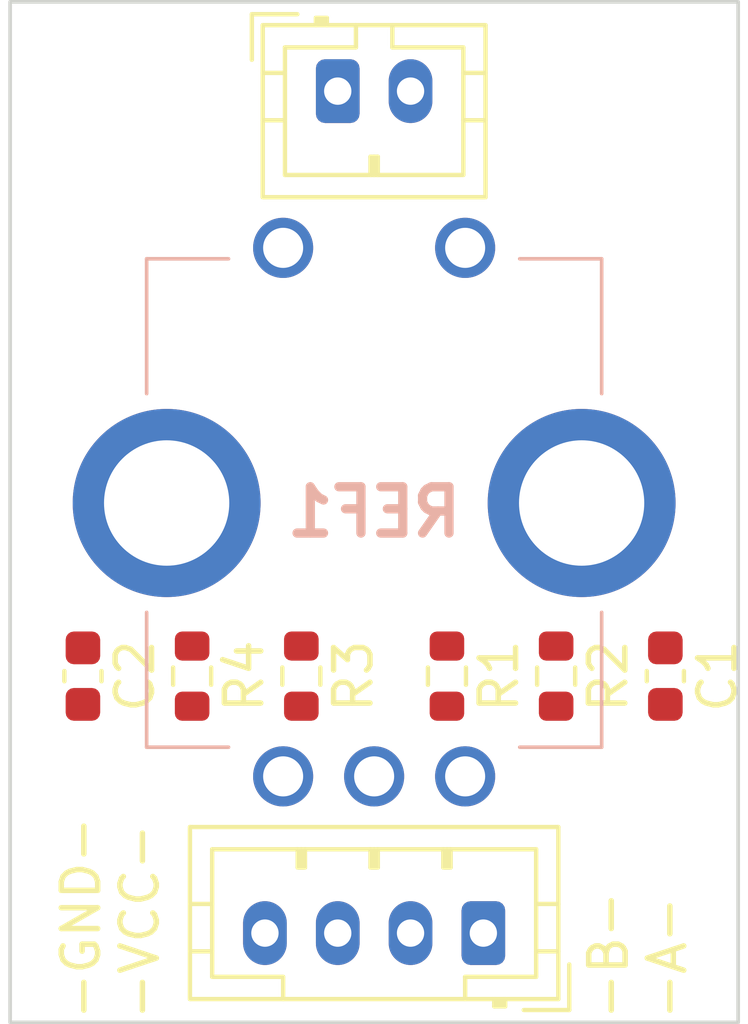
<source format=kicad_pcb>
(kicad_pcb (version 20211014) (generator pcbnew)
  (layers (0 "F.Cu" signal) (31 "B.Cu" signal) (34 "B.Paste" user) (35 "F.Paste" user) (36 "B.SilkS" user "B.Silkscreen") (37 "F.SilkS" user "F.Silkscreen") (38 "B.Mask" user) (39 "F.Mask" user) (44 "Edge.Cuts" user))
  (net 0 "")
  (net 1 "A")
  (net 2 "GND")
  (net 3 "B")
  (net 4 "VCC")
  (net 5 "SW1")
  (net 6 "SW2")
  (net 7 "A1")
  (net 8 "B1")
  (footprint "dresco:JST_PH_B4B-PH-K_1x04_P2.00mm_Vertical" (layer "F.Cu") (at 137 126.55 180)
    (fp_text reference "J1" hide)
    (fp_text value "Conn_01x04")
    (fp_line (start 2.9 2.3) (end 2.9 1.8) (layer "F.SilkS") (width 0.12))
    (fp_line (start -2.06 -0.5) (end -1.45 -0.5) (layer "F.SilkS") (width 0.12))
    (fp_line (start 1.1 1.8) (end 1.1 2.3) (layer "F.SilkS") (width 0.12))
    (fp_line (start 2.9 1.8) (end 3.1 1.8) (layer "F.SilkS") (width 0.12))
    (fp_line (start 0.5 -1.81) (end 0.5 -1.2) (layer "F.SilkS") (width 0.12))
    (fp_line (start 0.5 -1.2) (end -1.45 -1.2) (layer "F.SilkS") (width 0.12))
    (fp_line (start -0.3 -2.01) (end -0.6 -2.01) (layer "F.SilkS") (width 0.12))
    (fp_line (start 8.06 -1.81) (end -2.06 -1.81) (layer "F.SilkS") (width 0.12))
    (fp_line (start -2.06 2.91) (end 8.06 2.91) (layer "F.SilkS") (width 0.12))
    (fp_line (start -1.45 2.3) (end 7.45 2.3) (layer "F.SilkS") (width 0.12))
    (fp_line (start 8.06 -0.5) (end 7.45 -0.5) (layer "F.SilkS") (width 0.12))
    (fp_line (start 7.45 2.3) (end 7.45 -1.2) (layer "F.SilkS") (width 0.12))
    (fp_line (start -1.11 -2.11) (end -2.36 -2.11) (layer "F.SilkS") (width 0.12))
    (fp_line (start 5 2.3) (end 5 1.8) (layer "F.SilkS") (width 0.12))
    (fp_line (start 8.06 0.8) (end 7.45 0.8) (layer "F.SilkS") (width 0.12))
    (fp_line (start -1.45 -1.2) (end -1.45 2.3) (layer "F.SilkS") (width 0.12))
    (fp_line (start 0.9 1.8) (end 1.1 1.8) (layer "F.SilkS") (width 0.12))
    (fp_line (start 3 2.3) (end 3 1.8) (layer "F.SilkS") (width 0.12))
    (fp_line (start 8.06 2.91) (end 8.06 -1.81) (layer "F.SilkS") (width 0.12))
    (fp_line (start -2.06 -1.81) (end -2.06 2.91) (layer "F.SilkS") (width 0.12))
    (fp_line (start 0.9 2.3) (end 0.9 1.8) (layer "F.SilkS") (width 0.12))
    (fp_line (start -2.36 -2.11) (end -2.36 -0.86) (layer "F.SilkS") (width 0.12))
    (fp_line (start 3.1 1.8) (end 3.1 2.3) (layer "F.SilkS") (width 0.12))
    (fp_line (start -0.3 -1.81) (end -0.3 -2.01) (layer "F.SilkS") (width 0.12))
    (fp_line (start 4.9 1.8) (end 5.1 1.8) (layer "F.SilkS") (width 0.12))
    (fp_line (start -0.6 -2.01) (end -0.6 -1.81) (layer "F.SilkS") (width 0.12))
    (fp_line (start 5.5 -1.2) (end 5.5 -1.81) (layer "F.SilkS") (width 0.12))
    (fp_line (start -2.06 0.8) (end -1.45 0.8) (layer "F.SilkS") (width 0.12))
    (fp_line (start 7.45 -1.2) (end 5.5 -1.2) (layer "F.SilkS") (width 0.12))
    (fp_line (start 4.9 2.3) (end 4.9 1.8) (layer "F.SilkS") (width 0.12))
    (fp_line (start 1 2.3) (end 1 1.8) (layer "F.SilkS") (width 0.12))
    (fp_line (start 5.1 1.8) (end 5.1 2.3) (layer "F.SilkS") (width 0.12))
    (fp_line (start -0.3 -1.91) (end -0.6 -1.91) (layer "F.SilkS") (width 0.12))
    (pad "1" thru_hole roundrect (at 0 0 180) (size 1.2 1.75) (drill 0.75) (layers *.Cu *.Mask) (roundrect_rratio 0.208333) (net 1 "A"))
    (pad "2" thru_hole oval (at 2 0 180) (size 1.2 1.75) (drill 0.75) (layers *.Cu *.Mask) (net 3 "B"))
    (pad "3" thru_hole oval (at 4 0 180) (size 1.2 1.75) (drill 0.75) (layers *.Cu *.Mask) (net 4 "VCC"))
    (pad "4" thru_hole oval (at 6 0 180) (size 1.2 1.75) (drill 0.75) (layers *.Cu *.Mask) (net 2 "GND"))
  )
  (footprint "dresco:R_0603_1608Metric" (layer "F.Cu") (at 139 119.5 -90)
    (fp_text reference "R2" (at 0 -1.43 90) (layer "F.SilkS"))
    (fp_text value "10K")
    (fp_line (start -0.237258 -0.5225) (end 0.237258 -0.5225) (layer "F.SilkS") (width 0.12))
    (fp_line (start -0.237258 0.5225) (end 0.237258 0.5225) (layer "F.SilkS") (width 0.12))
    (pad "1" smd roundrect (at -0.825 0 270) (size 0.8 0.95) (layers "F.Cu" "F.Paste" "F.Mask") (net 1 "A"))
    (pad "2" smd roundrect (at 0.825 0 270) (size 0.8 0.95) (layers "F.Cu" "F.Paste" "F.Mask") (net 7 "A1"))
  )
  (footprint "dresco:C_0603_1608Metric" (layer "F.Cu") (at 126 119.5 -90)
    (fp_text reference "C2" (at 0 -1.43 90) (layer "F.SilkS"))
    (fp_text value "10nF")
    (fp_line (start -0.14058 -0.51) (end 0.14058 -0.51) (layer "F.SilkS") (width 0.12))
    (fp_line (start -0.14058 0.51) (end 0.14058 0.51) (layer "F.SilkS") (width 0.12))
    (pad "1" smd roundrect (at -0.775 0 270) (size 0.9 0.95) (layers "F.Cu" "F.Paste" "F.Mask") (net 3 "B"))
    (pad "2" smd roundrect (at 0.775 0 270) (size 0.9 0.95) (layers "F.Cu" "F.Paste" "F.Mask") (net 2 "GND"))
  )
  (footprint "dresco:R_0603_1608Metric" (layer "F.Cu") (at 136 119.5 -90)
    (fp_text reference "R1" (at 0 -1.43 90) (layer "F.SilkS"))
    (fp_text value "10K")
    (fp_line (start -0.237258 0.5225) (end 0.237258 0.5225) (layer "F.SilkS") (width 0.12))
    (fp_line (start -0.237258 -0.5225) (end 0.237258 -0.5225) (layer "F.SilkS") (width 0.12))
    (pad "1" smd roundrect (at -0.825 0 270) (size 0.8 0.95) (layers "F.Cu" "F.Paste" "F.Mask") (net 4 "VCC"))
    (pad "2" smd roundrect (at 0.825 0 270) (size 0.8 0.95) (layers "F.Cu" "F.Paste" "F.Mask") (net 7 "A1"))
  )
  (footprint "dresco:R_0603_1608Metric" (layer "F.Cu") (at 129 119.5 -90)
    (fp_text reference "R4" (at 0 -1.43 90) (layer "F.SilkS"))
    (fp_text value "10K")
    (fp_line (start -0.237258 0.5225) (end 0.237258 0.5225) (layer "F.SilkS") (width 0.12))
    (fp_line (start -0.237258 -0.5225) (end 0.237258 -0.5225) (layer "F.SilkS") (width 0.12))
    (pad "1" smd roundrect (at -0.825 0 270) (size 0.8 0.95) (layers "F.Cu" "F.Paste" "F.Mask") (net 3 "B"))
    (pad "2" smd roundrect (at 0.825 0 270) (size 0.8 0.95) (layers "F.Cu" "F.Paste" "F.Mask") (net 8 "B1"))
  )
  (footprint "dresco:R_0603_1608Metric" (layer "F.Cu") (at 132 119.5 -90)
    (fp_text reference "R3" (at 0 -1.43 90) (layer "F.SilkS"))
    (fp_text value "10K")
    (fp_line (start -0.237258 -0.5225) (end 0.237258 -0.5225) (layer "F.SilkS") (width 0.12))
    (fp_line (start -0.237258 0.5225) (end 0.237258 0.5225) (layer "F.SilkS") (width 0.12))
    (pad "1" smd roundrect (at -0.825 0 270) (size 0.8 0.95) (layers "F.Cu" "F.Paste" "F.Mask") (net 4 "VCC"))
    (pad "2" smd roundrect (at 0.825 0 270) (size 0.8 0.95) (layers "F.Cu" "F.Paste" "F.Mask") (net 8 "B1"))
  )
  (footprint "dresco:JST_PH_B2B-PH-K_1x02_P2.00mm_Vertical" (layer "F.Cu") (at 133 103.45)
    (fp_text reference "J2" hide)
    (fp_text value "Conn_01x02")
    (fp_line (start 4.06 -0.5) (end 3.45 -0.5) (layer "F.SilkS") (width 0.12))
    (fp_line (start 4.06 2.91) (end 4.06 -1.81) (layer "F.SilkS") (width 0.12))
    (fp_line (start 4.06 0.8) (end 3.45 0.8) (layer "F.SilkS") (width 0.12))
    (fp_line (start 0.9 2.3) (end 0.9 1.8) (layer "F.SilkS") (width 0.12))
    (fp_line (start -0.3 -1.91) (end -0.6 -1.91) (layer "F.SilkS") (width 0.12))
    (fp_line (start -2.06 -1.81) (end -2.06 2.91) (layer "F.SilkS") (width 0.12))
    (fp_line (start -0.6 -2.01) (end -0.6 -1.81) (layer "F.SilkS") (width 0.12))
    (fp_line (start 3.45 -1.2) (end 1.5 -1.2) (layer "F.SilkS") (width 0.12))
    (fp_line (start 1.1 1.8) (end 1.1 2.3) (layer "F.SilkS") (width 0.12))
    (fp_line (start -2.06 0.8) (end -1.45 0.8) (layer "F.SilkS") (width 0.12))
    (fp_line (start 4.06 -1.81) (end -2.06 -1.81) (layer "F.SilkS") (width 0.12))
    (fp_line (start 0.9 1.8) (end 1.1 1.8) (layer "F.SilkS") (width 0.12))
    (fp_line (start 3.45 2.3) (end 3.45 -1.2) (layer "F.SilkS") (width 0.12))
    (fp_line (start 0.5 -1.2) (end -1.45 -1.2) (layer "F.SilkS") (width 0.12))
    (fp_line (start -0.3 -2.01) (end -0.6 -2.01) (layer "F.SilkS") (width 0.12))
    (fp_line (start -0.3 -1.81) (end -0.3 -2.01) (layer "F.SilkS") (width 0.12))
    (fp_line (start -2.06 2.91) (end 4.06 2.91) (layer "F.SilkS") (width 0.12))
    (fp_line (start 1.5 -1.2) (end 1.5 -1.81) (layer "F.SilkS") (width 0.12))
    (fp_line (start -2.36 -2.11) (end -2.36 -0.86) (layer "F.SilkS") (width 0.12))
    (fp_line (start -2.06 -0.5) (end -1.45 -0.5) (layer "F.SilkS") (width 0.12))
    (fp_line (start 0.5 -1.81) (end 0.5 -1.2) (layer "F.SilkS") (width 0.12))
    (fp_line (start -1.11 -2.11) (end -2.36 -2.11) (layer "F.SilkS") (width 0.12))
    (fp_line (start -1.45 2.3) (end 3.45 2.3) (layer "F.SilkS") (width 0.12))
    (fp_line (start -1.45 -1.2) (end -1.45 2.3) (layer "F.SilkS") (width 0.12))
    (fp_line (start 1 2.3) (end 1 1.8) (layer "F.SilkS") (width 0.12))
    (pad "1" thru_hole roundrect (at 0 0) (size 1.2 1.75) (drill 0.75) (layers *.Cu *.Mask) (roundrect_rratio 0.208333) (net 5 "SW1"))
    (pad "2" thru_hole oval (at 2 0) (size 1.2 1.75) (drill 0.75) (layers *.Cu *.Mask) (net 6 "SW2"))
  )
  (footprint "dresco:C_0603_1608Metric" (layer "F.Cu") (at 142 119.5 -90)
    (fp_text reference "C1" (at 0 -1.43 90) (layer "F.SilkS"))
    (fp_text value "10nF")
    (fp_line (start -0.14058 -0.51) (end 0.14058 -0.51) (layer "F.SilkS") (width 0.12))
    (fp_line (start -0.14058 0.51) (end 0.14058 0.51) (layer "F.SilkS") (width 0.12))
    (pad "1" smd roundrect (at -0.775 0 270) (size 0.9 0.95) (layers "F.Cu" "F.Paste" "F.Mask") (net 1 "A"))
    (pad "2" smd roundrect (at 0.775 0 270) (size 0.9 0.95) (layers "F.Cu" "F.Paste" "F.Mask") (net 2 "GND"))
  )
  (footprint "dresco:PEC11R-4XXXF-SXXXX" (layer "B.Cu") (at 136.5 107.75 180)
    (fp_text reference "REF1" (at 2.5 -7.25) (layer "B.SilkS") (effects (font (size 1.27 1.27) (thickness 0.254)) (justify mirror)))
    (fp_text value "PEC11R-4XXXF-SXXXX" hide)
    (fp_line (start 8.75 -0.3) (end 8.75 -4) (layer "B.SilkS") (width 0.1))
    (fp_line (start -3.75 -10) (end -3.75 -13.7) (layer "B.SilkS") (width 0.1))
    (fp_line (start -3.75 -0.3) (end -1.5 -0.3) (layer "B.SilkS") (width 0.1))
    (fp_line (start 6.5 -0.3) (end 8.75 -0.3) (layer "B.SilkS") (width 0.1))
    (fp_line (start 6.5 -13.7) (end 8.75 -13.7) (layer "B.SilkS") (width 0.1))
    (fp_line (start -3.75 -13.7) (end -1.5 -13.7) (layer "B.SilkS") (width 0.1))
    (fp_line (start -3.75 -4) (end -3.75 -0.3) (layer "B.SilkS") (width 0.1))
    (fp_line (start 8.75 -13.7) (end 8.75 -10) (layer "B.SilkS") (width 0.1))
    (pad "1" thru_hole circle (at 0 0 180) (size 1.65 1.65) (drill 1.1) (layers *.Cu *.Mask) (net 6 "SW2"))
    (pad "2" thru_hole circle (at 5 0 180) (size 1.65 1.65) (drill 1.1) (layers *.Cu *.Mask) (net 5 "SW1"))
    (pad "A1" thru_hole circle (at 0 -14.5 180) (size 1.65 1.65) (drill 1.1) (layers *.Cu *.Mask) (net 7 "A1"))
    (pad "B1" thru_hole circle (at 5 -14.5 180) (size 1.65 1.65) (drill 1.1) (layers *.Cu *.Mask) (net 8 "B1"))
    (pad "C1" thru_hole circle (at 2.5 -14.5 180) (size 1.65 1.65) (drill 1.1) (layers *.Cu *.Mask) (net 2 "GND"))
    (pad "MH1" thru_hole circle (at -3.2 -7 180) (size 5.161 5.161) (drill 3.4409) (layers *.Cu *.Mask))
    (pad "MH2" thru_hole circle (at 8.2 -7 180) (size 5.161 5.161) (drill 3.4409) (layers *.Cu *.Mask))
  )
  (gr_rect (start 124 101) (end 144 129) (layer "Edge.Cuts") (width 0.1) (fill none))
  (gr_text "-GND-\n-VCC-\n\n\n\n\n\n\n\n-B-\n-A-\n" (at 134 129 90) (layer "F.SilkS") (effects (font (size 1 1)) (justify left)))
)
</source>
